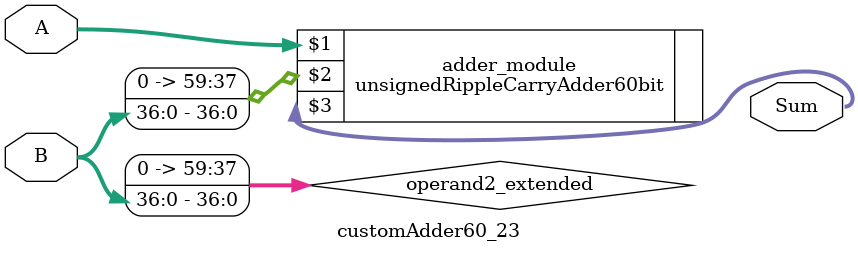
<source format=v>
module customAdder60_23(
                        input [59 : 0] A,
                        input [36 : 0] B,
                        
                        output [60 : 0] Sum
                );

        wire [59 : 0] operand2_extended;
        
        assign operand2_extended =  {23'b0, B};
        
        unsignedRippleCarryAdder60bit adder_module(
            A,
            operand2_extended,
            Sum
        );
        
        endmodule
        
</source>
